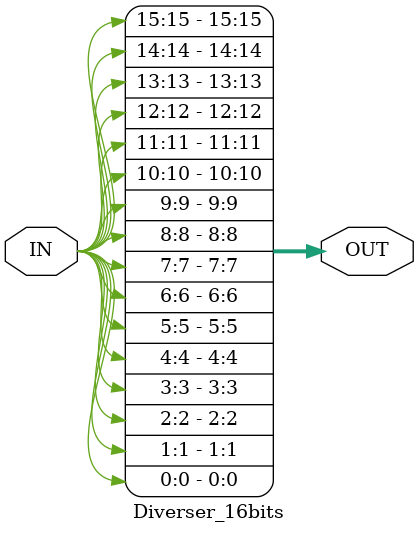
<source format=v>
module Diverser_16bits(IN,OUT);
	input [0:15]IN;
	output [15:0]OUT;

	assign OUT[0]=IN[0];
	assign OUT[1]=IN[1];
	assign OUT[2]=IN[2];
	assign OUT[3]=IN[3];
	assign OUT[4]=IN[4];
	assign OUT[5]=IN[5];
	assign OUT[6]=IN[6];
	assign OUT[7]=IN[7];
	assign OUT[8]=IN[8];
	assign OUT[9]=IN[9];
	assign OUT[10]=IN[10];
	assign OUT[11]=IN[11];
	assign OUT[12]=IN[12];
	assign OUT[13]=IN[13];
	assign OUT[14]=IN[14];
	assign OUT[15]=IN[15];
endmodule
</source>
